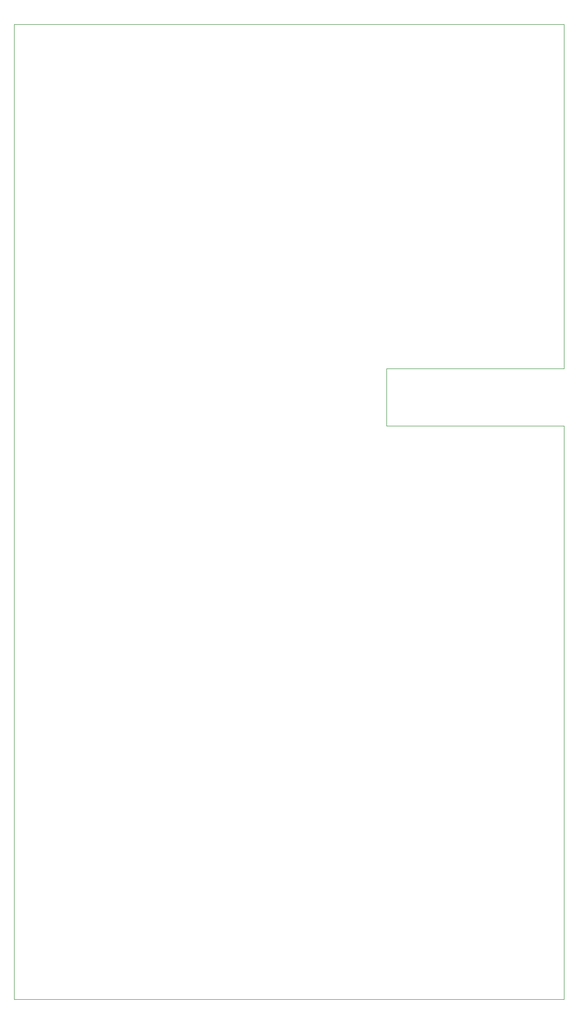
<source format=gm1>
G04 #@! TF.GenerationSoftware,KiCad,Pcbnew,7.0.0-rc2-unknown-92a61b187f~165~ubuntu22.04.1*
G04 #@! TF.CreationDate,2023-02-10T23:31:28-05:00*
G04 #@! TF.ProjectId,pmf_b1,706d665f-6231-42e6-9b69-6361645f7063,rev?*
G04 #@! TF.SameCoordinates,Original*
G04 #@! TF.FileFunction,Profile,NP*
%FSLAX46Y46*%
G04 Gerber Fmt 4.6, Leading zero omitted, Abs format (unit mm)*
G04 Created by KiCad (PCBNEW 7.0.0-rc2-unknown-92a61b187f~165~ubuntu22.04.1) date 2023-02-10 23:31:28*
%MOMM*%
%LPD*%
G01*
G04 APERTURE LIST*
G04 #@! TA.AperFunction,Profile*
%ADD10C,0.100000*%
G04 #@! TD*
G04 APERTURE END LIST*
D10*
X167000000Y-75000000D02*
X167000000Y-85000000D01*
X167000000Y-85000000D02*
X198000000Y-85000000D01*
X198000000Y-75000000D02*
X167000000Y-75000000D01*
X198000000Y-15000000D02*
X198000000Y-75000000D01*
X102000000Y-185000000D02*
X102000000Y-15000000D01*
X198000000Y-185000000D02*
X102000000Y-185000000D01*
X198000000Y-185000000D02*
X198000000Y-185000000D01*
X198000000Y-85000000D02*
X198000000Y-185000000D01*
X102000000Y-15000000D02*
X198000000Y-15000000D01*
M02*

</source>
